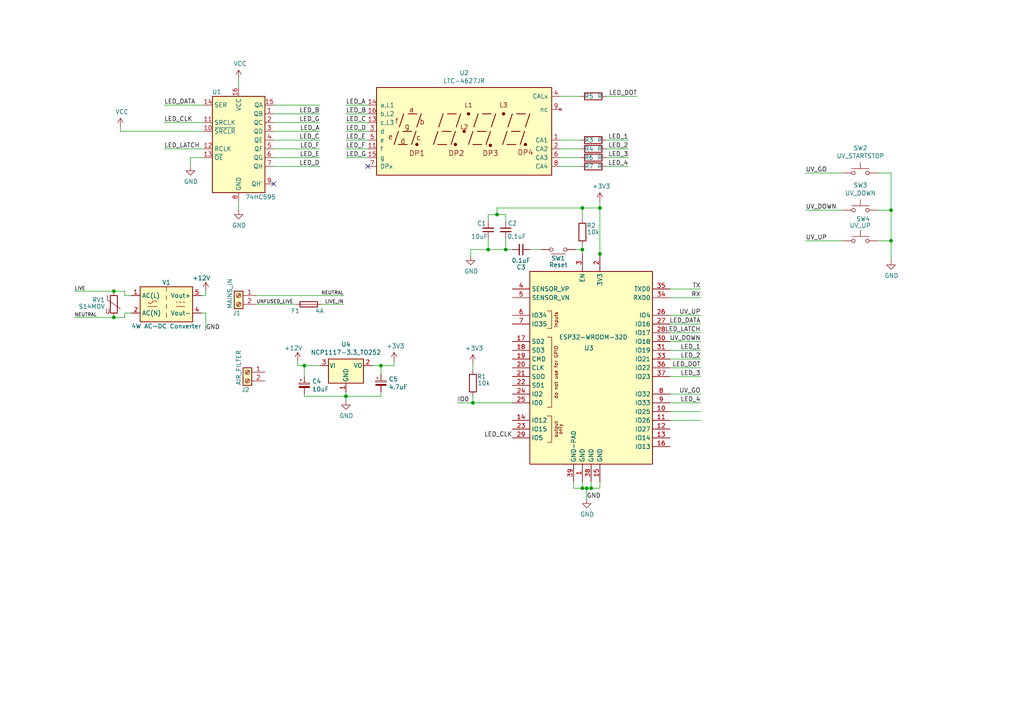
<source format=kicad_sch>
(kicad_sch (version 20230121) (generator eeschema)
  (paper "A4")
  (lib_symbols
    (symbol "74xx:74HC595"
      (property "Reference" "U" (at -7.62 13.97 0))
      (property "Value" "74HC595" (at -7.62 -16.51 0))
      (symbol "74HC595_1_0"
        (pin tri_state line (at 10.16 7.62 180) (length 2.54) (name "QB") (number "1"))
        (pin input line (at -10.16 2.54 0) (length 2.54) (name "~{SRCLR}") (number "10"))
        (pin input line (at -10.16 5.08 0) (length 2.54) (name "SRCLK") (number "11"))
        (pin input line (at -10.16 -2.54 0) (length 2.54) (name "RCLK") (number "12"))
        (pin input line (at -10.16 -5.08 0) (length 2.54) (name "~{OE}") (number "13"))
        (pin input line (at -10.16 10.16 0) (length 2.54) (name "SER") (number "14"))
        (pin tri_state line (at 10.16 10.16 180) (length 2.54) (name "QA") (number "15"))
        (pin power_in line (at 0 15.24 270) (length 2.54) (name "VCC") (number "16"))
        (pin tri_state line (at 10.16 5.08 180) (length 2.54) (name "QC") (number "2"))
        (pin tri_state line (at 10.16 2.54 180) (length 2.54) (name "QD") (number "3"))
        (pin tri_state line (at 10.16 0 180) (length 2.54) (name "QE") (number "4"))
        (pin tri_state line (at 10.16 -2.54 180) (length 2.54) (name "QF") (number "5"))
        (pin tri_state line (at 10.16 -5.08 180) (length 2.54) (name "QG") (number "6"))
        (pin tri_state line (at 10.16 -7.62 180) (length 2.54) (name "QH") (number "7"))
        (pin power_in line (at 0 -17.78 90) (length 2.54) (name "GND") (number "8"))
        (pin output line (at 10.16 -12.7 180) (length 2.54) (name "QH'") (number "9"))
      )
      (symbol "74HC595_1_1"
        (rectangle (start -7.62 12.7) (end 7.62 -15.24) (stroke (width 0.254)) (fill (type background)))
      )
    )
    (symbol "Connector:Screw_Terminal_01x02" (pin_names (offset 1.016) hide)
      (property "Reference" "J" (at 0 2.54 0))
      (property "Value" "Screw_Terminal_01x02" (at 0 -5.08 0))
      (symbol "Screw_Terminal_01x02_1_1"
        (rectangle (start -1.27 1.27) (end 1.27 -3.81) (stroke (width 0.254)) (fill (type background)))
        (circle (center 0 -2.54) (radius 0.635) (stroke (width 0.1524)))
        (polyline (pts (xy -0.5334 -2.2098) (xy 0.3302 -3.048)) (stroke (width 0.1524)))
        (polyline (pts (xy -0.5334 0.3302) (xy 0.3302 -0.508)) (stroke (width 0.1524)))
        (polyline (pts (xy -0.3556 -2.032) (xy 0.508 -2.8702)) (stroke (width 0.1524)))
        (polyline (pts (xy -0.3556 0.508) (xy 0.508 -0.3302)) (stroke (width 0.1524)))
        (circle (center 0 0) (radius 0.635) (stroke (width 0.1524)))
        (pin passive line (at -5.08 0 0) (length 3.81) (name "Pin_1") (number "1"))
        (pin passive line (at -5.08 -2.54 0) (length 3.81) (name "Pin_2") (number "2"))
      )
    )
    (symbol "Device:C_Small" (pin_numbers hide) (pin_names (offset 0.254) hide)
      (property "Reference" "C" (at 0.254 1.778 0))
      (property "Value" "C_Small" (at 0.254 -2.032 0))
      (symbol "C_Small_0_1"
        (polyline (pts (xy -1.524 -0.508) (xy 1.524 -0.508)) (stroke (width 0.3302)))
        (polyline (pts (xy -1.524 0.508) (xy 1.524 0.508)) (stroke (width 0.3048)))
      )
      (symbol "C_Small_1_1"
        (pin passive line (at 0 2.54 270) (length 2.032) (name "~") (number "1"))
        (pin passive line (at 0 -2.54 90) (length 2.032) (name "~") (number "2"))
      )
    )
    (symbol "Device:Fuse" (pin_numbers hide) (pin_names (offset 0))
      (property "Reference" "F" (at 2.032 0 90))
      (property "Value" "Fuse" (at -1.905 0 90))
      (symbol "Fuse_0_1"
        (rectangle (start -0.762 -2.54) (end 0.762 2.54) (stroke (width 0.254)))
        (polyline (pts (xy 0 2.54) (xy 0 -2.54)))
      )
      (symbol "Fuse_1_1"
        (pin passive line (at 0 3.81 270) (length 1.27) (name "~") (number "1"))
        (pin passive line (at 0 -3.81 90) (length 1.27) (name "~") (number "2"))
      )
    )
    (symbol "Device:R" (pin_numbers hide) (pin_names (offset 0))
      (property "Reference" "R" (at 2.032 0 90))
      (property "Value" "R" (at 0 0 90))
      (symbol "R_0_1"
        (rectangle (start -1.016 -2.54) (end 1.016 2.54) (stroke (width 0.254)))
      )
      (symbol "R_1_1"
        (pin passive line (at 0 3.81 270) (length 1.27) (name "~") (number "1"))
        (pin passive line (at 0 -3.81 90) (length 1.27) (name "~") (number "2"))
      )
    )
    (symbol "Device:Varistor" (pin_numbers hide) (pin_names (offset 0))
      (property "Reference" "RV" (at 3.175 0 90))
      (property "Value" "Varistor" (at -3.175 0 90))
      (symbol "Varistor_0_0"
        (text "U" (at -1.778 -2.032 0) (effects (font (size 1.27 1.27))))
      )
      (symbol "Varistor_0_1"
        (rectangle (start -1.016 -2.54) (end 1.016 2.54) (stroke (width 0.254)))
        (polyline (pts (xy -1.905 2.54) (xy -1.905 1.27) (xy 1.905 -1.27)))
      )
      (symbol "Varistor_1_1"
        (pin passive line (at 0 3.81 270) (length 1.27) (name "~") (number "1"))
        (pin passive line (at 0 -3.81 90) (length 1.27) (name "~") (number "2"))
      )
    )
    (symbol "PrinterCabinet-rescue:CP_Small-Device" (pin_numbers hide) (pin_names (offset 0.254) hide)
      (property "Reference" "C" (at 0.254 1.778 0))
      (property "Value" "Device_CP_Small" (at 0.254 -2.032 0))
      (symbol "CP_Small-Device_0_1"
        (rectangle (start -1.524 -0.3048) (end 1.524 -0.6858) (fill (type outline)))
        (rectangle (start -1.524 0.6858) (end 1.524 0.3048))
        (polyline (pts (xy -1.27 1.524) (xy -0.762 1.524)))
        (polyline (pts (xy -1.016 1.27) (xy -1.016 1.778)))
      )
      (symbol "CP_Small-Device_1_1"
        (pin passive line (at 0 2.54 270) (length 1.8542) (name "~") (number "1"))
        (pin passive line (at 0 -2.54 90) (length 1.8542) (name "~") (number "2"))
      )
    )
    (symbol "PrinterCabinet-rescue:ESP32-WROOM-32D-MCU_Espressif"
      (property "Reference" "U" (at 0 -1.27 0))
      (property "Value" "MCU_Espressif_ESP32-WROOM-32D" (at 0 10.16 0))
      (symbol "ESP32-WROOM-32D-MCU_Espressif_0_0"
        (polyline (pts (xy -11.43 -5.08) (xy -11.43 -10.16)))
        (polyline (pts (xy -12.7 8.89) (xy -11.43 8.89) (xy -11.43 -5.08)))
        (polyline (pts (xy -11.43 -10.16) (xy -11.43 -11.43) (xy -12.7 -11.43)))
        (polyline (pts (xy -12.7 -13.97) (xy -11.43 -13.97) (xy -11.43 -21.59) (xy -12.7 -21.59)))
        (polyline (pts (xy -12.7 16.51) (xy -11.43 16.51) (xy -11.43 11.43) (xy -12.7 11.43)))
        (text "do not use for GPIO" (at -10.16 -1.27 900) (effects (font (size 0.9906 0.9906))))
        (text "only" (at -8.89 -17.78 900) (effects (font (size 0.9906 0.9906))))
        (text "output" (at -10.16 -17.78 900) (effects (font (size 0.9906 0.9906))))
      )
      (symbol "ESP32-WROOM-32D-MCU_Espressif_0_1"
        (rectangle (start -17.78 27.94) (end 17.78 -27.94) (stroke (width 0.254)) (fill (type background)))
        (arc (start -11.43 -3.81) (mid -11.43 -3.81) (end -11.43 -3.81))
      )
      (symbol "ESP32-WROOM-32D-MCU_Espressif_1_0"
        (text "inputs" (at -10.16 13.97 900) (effects (font (size 0.9906 0.9906))))
      )
      (symbol "ESP32-WROOM-32D-MCU_Espressif_1_1"
        (pin power_in line (at -2.54 -33.02 90) (length 5.08) (name "GND") (number "1"))
        (pin bidirectional line (at 22.86 -12.7 180) (length 5.08) (name "IO25") (number "10"))
        (pin bidirectional line (at 22.86 -15.24 180) (length 5.08) (name "IO26") (number "11"))
        (pin bidirectional line (at 22.86 -17.78 180) (length 5.08) (name "IO27") (number "12"))
        (pin bidirectional line (at 22.86 -20.32 180) (length 5.08) (name "IO14") (number "13"))
        (pin bidirectional line (at -22.86 -15.24 0) (length 5.08) (name "IO12") (number "14"))
        (pin power_in line (at 2.54 -33.02 90) (length 5.08) (name "GND") (number "15"))
        (pin bidirectional line (at 22.86 -22.86 180) (length 5.08) (name "IO13") (number "16"))
        (pin bidirectional line (at -22.86 7.62 0) (length 5.08) (name "SD2") (number "17"))
        (pin bidirectional line (at -22.86 5.08 0) (length 5.08) (name "SD3") (number "18"))
        (pin bidirectional line (at -22.86 2.54 0) (length 5.08) (name "CMD") (number "19"))
        (pin power_in line (at 2.54 33.02 270) (length 5.08) (name "3V3") (number "2"))
        (pin input line (at -22.86 0 0) (length 5.08) (name "CLK") (number "20"))
        (pin output line (at -22.86 -2.54 0) (length 5.08) (name "SDO") (number "21"))
        (pin bidirectional line (at -22.86 -5.08 0) (length 5.08) (name "SD1") (number "22"))
        (pin bidirectional line (at -22.86 -17.78 0) (length 5.08) (name "IO15") (number "23"))
        (pin bidirectional line (at -22.86 -7.62 0) (length 5.08) (name "IO2") (number "24"))
        (pin bidirectional line (at -22.86 -10.16 0) (length 5.08) (name "IO0") (number "25"))
        (pin bidirectional line (at 22.86 15.24 180) (length 5.08) (name "IO4") (number "26"))
        (pin bidirectional line (at 22.86 12.7 180) (length 5.08) (name "IO16") (number "27"))
        (pin bidirectional line (at 22.86 10.16 180) (length 5.08) (name "IO17") (number "28"))
        (pin bidirectional line (at -22.86 -20.32 0) (length 5.08) (name "IO5") (number "29"))
        (pin input line (at -2.54 33.02 270) (length 5.08) (name "EN") (number "3"))
        (pin bidirectional line (at 22.86 7.62 180) (length 5.08) (name "IO18") (number "30"))
        (pin bidirectional line (at 22.86 5.08 180) (length 5.08) (name "IO19") (number "31"))
        (pin no_connect line (at 7.62 -27.94 90) (length 5.08) hide (name "NC") (number "32"))
        (pin bidirectional line (at 22.86 2.54 180) (length 5.08) (name "IO21") (number "33"))
        (pin bidirectional line (at 22.86 20.32 180) (length 5.08) (name "RXD0") (number "34"))
        (pin bidirectional line (at 22.86 22.86 180) (length 5.08) (name "TXD0") (number "35"))
        (pin bidirectional line (at 22.86 0 180) (length 5.08) (name "IO22") (number "36"))
        (pin bidirectional line (at 22.86 -2.54 180) (length 5.08) (name "IO23") (number "37"))
        (pin power_in line (at 0 -33.02 90) (length 5.08) (name "GND") (number "38"))
        (pin power_in line (at -5.08 -33.02 90) (length 5.08) (name "GND-PAD") (number "39"))
        (pin input line (at -22.86 22.86 0) (length 5.08) (name "SENSOR_VP") (number "4"))
        (pin input line (at -22.86 20.32 0) (length 5.08) (name "SENSOR_VN") (number "5"))
        (pin bidirectional line (at -22.86 15.24 0) (length 5.08) (name "IO34") (number "6"))
        (pin bidirectional line (at -22.86 12.7 0) (length 5.08) (name "IO35") (number "7"))
        (pin bidirectional line (at 22.86 -7.62 180) (length 5.08) (name "IO32") (number "8"))
        (pin bidirectional line (at 22.86 -10.16 180) (length 5.08) (name "IO33") (number "9"))
      )
    )
    (symbol "PrinterCabinet-rescue:LTC-4627JR-Display_Character" (pin_names (offset 1.016))
      (property "Reference" "U" (at 0 13.97 0))
      (property "Value" "Display_Character_LTC-4627JR" (at 0 -13.97 0))
      (symbol "LTC-4627JR-Display_Character_0_0"
        (rectangle (start -25.4 12.7) (end 25.4 -12.7) (stroke (width 0.254)) (fill (type background)))
        (polyline (pts (xy -20.32 -3.81) (xy -19.05 0)) (stroke (width 0.254)))
        (polyline (pts (xy -19.05 -3.81) (xy -16.51 -3.81)) (stroke (width 0.254)))
        (polyline (pts (xy -18.796 1.27) (xy -17.526 5.08)) (stroke (width 0.254)))
        (polyline (pts (xy -17.78 0) (xy -15.24 0)) (stroke (width 0.254)))
        (polyline (pts (xy -16.256 5.08) (xy -13.716 5.08)) (stroke (width 0.254)))
        (polyline (pts (xy -15.24 -3.81) (xy -13.97 0)) (stroke (width 0.254)))
        (polyline (pts (xy -13.716 1.27) (xy -12.446 5.08)) (stroke (width 0.254)))
        (polyline (pts (xy -8.89 -3.81) (xy -7.62 0)) (stroke (width 0.254)))
        (polyline (pts (xy -7.62 -3.81) (xy -5.08 -3.81)) (stroke (width 0.254)))
        (polyline (pts (xy -7.366 1.27) (xy -6.096 5.08)) (stroke (width 0.254)))
        (polyline (pts (xy -6.35 0) (xy -3.81 0)) (stroke (width 0.254)))
        (polyline (pts (xy -4.826 5.08) (xy -2.286 5.08)) (stroke (width 0.254)))
        (polyline (pts (xy -3.81 -3.81) (xy -2.54 0)) (stroke (width 0.254)))
        (polyline (pts (xy -2.286 1.27) (xy -1.016 5.08)) (stroke (width 0.254)))
        (polyline (pts (xy 1.27 -3.81) (xy 2.54 0)) (stroke (width 0.254)))
        (polyline (pts (xy 2.54 -3.81) (xy 5.08 -3.81)) (stroke (width 0.254)))
        (polyline (pts (xy 2.794 1.27) (xy 4.064 5.08)) (stroke (width 0.254)))
        (polyline (pts (xy 3.81 0) (xy 6.35 0)) (stroke (width 0.254)))
        (polyline (pts (xy 5.334 5.08) (xy 7.874 5.08)) (stroke (width 0.254)))
        (polyline (pts (xy 6.35 -3.81) (xy 7.62 0)) (stroke (width 0.254)))
        (polyline (pts (xy 7.874 1.27) (xy 9.144 5.08)) (stroke (width 0.254)))
        (polyline (pts (xy 11.176 -3.81) (xy 12.446 0)) (stroke (width 0.254)))
        (polyline (pts (xy 12.446 -3.81) (xy 14.986 -3.81)) (stroke (width 0.254)))
        (polyline (pts (xy 12.7 1.27) (xy 13.97 5.08)) (stroke (width 0.254)))
        (polyline (pts (xy 13.716 0) (xy 16.256 0)) (stroke (width 0.254)))
        (polyline (pts (xy 15.24 5.08) (xy 17.78 5.08)) (stroke (width 0.254)))
        (polyline (pts (xy 16.256 -3.81) (xy 17.526 0)) (stroke (width 0.254)))
        (polyline (pts (xy 17.78 1.27) (xy 19.05 5.08)) (stroke (width 0.254)))
        (circle (center 0 0) (radius 0.3556) (stroke (width 0.254)) (fill (type outline)))
        (circle (center 11.43 5.08) (radius 0.3556) (stroke (width 0.254)) (fill (type outline)))
        (text "a" (at -15.24 6.35 0) (effects (font (size 1.524 1.524))))
        (text "b" (at -12.192 2.794 0) (effects (font (size 1.524 1.524))))
        (text "c" (at -13.208 -1.778 0) (effects (font (size 1.524 1.524))))
        (text "d" (at -17.78 -2.794 0) (effects (font (size 1.524 1.524))))
        (text "DP1" (at -13.716 -6.35 0) (effects (font (size 1.524 1.524))))
        (text "DP2" (at -2.286 -6.35 0) (effects (font (size 1.524 1.524))))
        (text "DP3" (at 7.62 -6.35 0) (effects (font (size 1.524 1.524))))
        (text "DP4" (at 17.78 -6.096 0) (effects (font (size 1.524 1.524))))
        (text "e" (at -21.336 -1.524 0) (effects (font (size 1.524 1.524))))
        (text "f" (at -19.558 3.048 0) (effects (font (size 1.524 1.524))))
        (text "g" (at -16.51 1.524 0) (effects (font (size 1.524 1.524))))
        (text "L1" (at 1.27 7.62 0) (effects (font (size 1.27 1.27))))
        (text "L2" (at 0 1.27 0) (effects (font (size 1.27 1.27))))
        (text "L3" (at 11.43 7.62 0) (effects (font (size 1.27 1.27))))
      )
      (symbol "LTC-4627JR-Display_Character_0_1"
        (circle (center -13.716 -3.81) (radius 0.3556) (stroke (width 0.254)) (fill (type outline)))
        (circle (center -2.54 -3.81) (radius 0.3556) (stroke (width 0.254)) (fill (type outline)))
        (circle (center 1.27 5.08) (radius 0.3556) (stroke (width 0.254)) (fill (type outline)))
      )
      (symbol "LTC-4627JR-Display_Character_1_0"
        (circle (center 7.62 -4.064) (radius 0.3556) (stroke (width 0.254)) (fill (type outline)))
        (circle (center 17.78 -3.81) (radius 0.3556) (stroke (width 0.254)) (fill (type outline)))
      )
      (symbol "LTC-4627JR-Display_Character_1_1"
        (pin input line (at 27.94 -2.54 180) (length 2.54) (name "CA1") (number "1"))
        (pin input line (at -27.94 -5.08 0) (length 2.54) (name "f") (number "11"))
        (pin input line (at -27.94 2.54 0) (length 2.54) (name "c,L3") (number "13"))
        (pin input line (at -27.94 7.62 0) (length 2.54) (name "a,L1") (number "14"))
        (pin input line (at -27.94 -7.62 0) (length 2.54) (name "g") (number "15"))
        (pin input line (at -27.94 5.08 0) (length 2.54) (name "b,L2") (number "16"))
        (pin input line (at 27.94 -5.08 180) (length 2.54) (name "CA2") (number "2"))
        (pin input line (at -27.94 0 0) (length 2.54) (name "d") (number "3"))
        (pin input line (at 27.94 10.16 180) (length 2.54) (name "CALx") (number "4"))
        (pin input line (at -27.94 -2.54 0) (length 2.54) (name "e") (number "5"))
        (pin input line (at 27.94 -7.62 180) (length 2.54) (name "CA3") (number "6"))
        (pin input line (at -27.94 -10.16 0) (length 2.54) (name "DPx") (number "7"))
        (pin input line (at 27.94 -10.16 180) (length 2.54) (name "CA4") (number "8"))
        (pin no_connect line (at 27.94 6.35 180) (length 2.54) (name "nc") (number "9"))
      )
    )
    (symbol "PrinterCabinet-rescue:RAC04-xxSGA-Converter_ACDC"
      (property "Reference" "PS" (at 0 6.35 0))
      (property "Value" "Converter_ACDC_RAC04-xxSGA" (at 0 -6.35 0))
      (symbol "RAC04-xxSGA-Converter_ACDC_1_1"
        (rectangle (start -7.62 5.08) (end 7.62 -5.08) (stroke (width 0.254)) (fill (type background)))
        (arc (start -5.334 0.635) (mid -4.699 0.2495) (end -4.064 0.635))
        (arc (start -2.794 0.635) (mid -3.429 1.0072) (end -4.064 0.635))
        (polyline (pts (xy -5.334 -0.635) (xy -2.794 -0.635)))
        (polyline (pts (xy 0 -2.54) (xy 0 -3.81)))
        (polyline (pts (xy 0 0) (xy 0 -1.27)))
        (polyline (pts (xy 0 2.54) (xy 0 1.27)))
        (polyline (pts (xy 0 5.08) (xy 0 3.81)))
        (polyline (pts (xy 2.794 -0.635) (xy 5.334 -0.635)))
        (polyline (pts (xy 2.794 0.635) (xy 3.302 0.635)))
        (polyline (pts (xy 3.81 0.635) (xy 4.318 0.635)))
        (polyline (pts (xy 4.826 0.635) (xy 5.334 0.635)))
        (pin power_in line (at -10.16 2.54 0) (length 2.54) (name "AC(L)") (number "1"))
        (pin power_in line (at -10.16 -2.54 0) (length 2.54) (name "AC(N)") (number "2"))
        (pin no_connect line (at 7.62 0 180) (length 2.54) hide (name "NC") (number "3"))
        (pin power_out line (at 10.16 -2.54 180) (length 2.54) (name "Vout-") (number "4"))
        (pin power_out line (at 10.16 2.54 180) (length 2.54) (name "Vout+") (number "5"))
      )
    )
    (symbol "PrinterCabinet-rescue:SW_CK_D6R_SPST-Switch" (pin_numbers hide) (pin_names (offset 0) hide)
      (property "Reference" "SW" (at 0 2.54 0))
      (property "Value" "Switch_SW_CK_D6R_SPST" (at 0 -2.54 0))
      (symbol "SW_CK_D6R_SPST-Switch_0_0"
        (circle (center -2.032 0) (radius 0.508))
        (polyline (pts (xy -2.032 1.27) (xy 2.032 1.27)))
        (circle (center 2.032 0) (radius 0.508))
      )
      (symbol "SW_CK_D6R_SPST-Switch_1_1"
        (pin passive line (at -5.08 0 0) (length 2.54) (name "A") (number "1"))
        (pin passive line (at 5.08 0 180) (length 2.54) (name "B") (number "2"))
        (pin passive line (at -5.08 0 0) (length 2.54) hide (name "A") (number "3"))
        (pin passive line (at 5.08 0 180) (length 2.54) hide (name "B") (number "4"))
      )
    )
    (symbol "Regulator_Linear:NCP1117-3.3_TO252" (pin_names (offset 0.254))
      (property "Reference" "U" (at -3.81 3.175 0))
      (property "Value" "NCP1117-3.3_TO252" (at 0 3.175 0))
      (symbol "NCP1117-3.3_TO252_0_1"
        (rectangle (start -5.08 1.905) (end 5.08 -5.08) (stroke (width 0.254)) (fill (type background)))
      )
      (symbol "NCP1117-3.3_TO252_1_1"
        (pin power_in line (at 0 -7.62 90) (length 2.54) (name "GND") (number "1"))
        (pin power_out line (at 7.62 0 180) (length 2.54) (name "VO") (number "2"))
        (pin power_in line (at -7.62 0 0) (length 2.54) (name "VI") (number "3"))
      )
    )
    (symbol "Switch:SW_Push" (pin_numbers hide) (pin_names (offset 1.016) hide)
      (property "Reference" "SW" (at 1.27 2.54 0))
      (property "Value" "SW_Push" (at 0 -1.524 0))
      (symbol "SW_Push_0_1"
        (circle (center -2.032 0) (radius 0.508))
        (polyline (pts (xy 0 1.27) (xy 0 3.048)))
        (polyline (pts (xy 2.54 1.27) (xy -2.54 1.27)))
        (circle (center 2.032 0) (radius 0.508))
        (pin passive line (at -5.08 0 0) (length 2.54) (name "1") (number "1"))
        (pin passive line (at 5.08 0 180) (length 2.54) (name "2") (number "2"))
      )
    )
    (symbol "power:+12V" (power) (pin_names (offset 0))
      (property "Value" "+12V" (at 0 3.556 0))
      (symbol "+12V_0_1"
        (polyline (pts (xy -0.762 1.27) (xy 0 2.54)))
        (polyline (pts (xy 0 0) (xy 0 2.54)))
        (polyline (pts (xy 0 2.54) (xy 0.762 1.27)))
      )
      (symbol "+12V_1_1"
        (pin power_in line (at 0 0 90) (length 0) hide (name "+12V") (number "1"))
      )
    )
    (symbol "power:+3V3" (power) (pin_names (offset 0))
      (property "Value" "+3V3" (at 0 3.556 0))
      (symbol "+3V3_0_1"
        (polyline (pts (xy -0.762 1.27) (xy 0 2.54)))
        (polyline (pts (xy 0 0) (xy 0 2.54)))
        (polyline (pts (xy 0 2.54) (xy 0.762 1.27)))
      )
      (symbol "+3V3_1_1"
        (pin power_in line (at 0 0 90) (length 0) hide (name "+3V3") (number "1"))
      )
    )
    (symbol "power:GND" (power) (pin_names (offset 0))
      (property "Value" "GND" (at 0 -3.81 0))
      (symbol "GND_0_1"
        (polyline (pts (xy 0 0) (xy 0 -1.27) (xy 1.27 -1.27) (xy 0 -2.54) (xy -1.27 -1.27) (xy 0 -1.27)))
      )
      (symbol "GND_1_1"
        (pin power_in line (at 0 0 270) (length 0) hide (name "GND") (number "1"))
      )
    )
    (symbol "power:VCC" (power) (pin_names (offset 0))
      (property "Value" "VCC" (at 0 3.81 0))
      (symbol "VCC_0_1"
        (polyline (pts (xy -0.762 1.27) (xy 0 2.54)))
        (polyline (pts (xy 0 0) (xy 0 2.54)))
        (polyline (pts (xy 0 2.54) (xy 0.762 1.27)))
      )
      (symbol "VCC_1_1"
        (pin power_in line (at 0 0 90) (length 0) hide (name "VCC") (number "1"))
      )
    )
  )
  (junction (at 171.45 141.605))
  (junction (at 168.91 141.605))
  (junction (at 168.91 60.325))
  (junction (at 146.685 72.39))
  (junction (at 258.445 69.85))
  (junction (at 100.33 114.935))
  (junction (at 88.265 106.045))
  (junction (at 137.16 116.84))
  (junction (at 33.02 92.075))
  (junction (at 168.91 72.39))
  (junction (at 144.145 62.23))
  (junction (at 141.605 72.39))
  (junction (at 173.99 73.66))
  (junction (at 33.02 84.455))
  (junction (at 258.445 60.96))
  (junction (at 170.18 141.605))
  (junction (at 110.49 106.045))
  (junction (at 173.99 60.325))
  (no_connect (at 106.68 48.26))
  (no_connect (at 79.375 53.34))
  (wire (pts (xy 141.605 72.39) (xy 136.525 72.39)))
  (wire (pts (xy 100.33 40.64) (xy 106.68 40.64)))
  (wire (pts (xy 74.295 88.265) (xy 85.725 88.265)))
  (wire (pts (xy 258.445 60.96) (xy 258.445 69.85)))
  (wire (pts (xy 100.33 35.56) (xy 106.68 35.56)))
  (wire (pts (xy 21.59 84.455) (xy 33.02 84.455)))
  (wire (pts (xy 171.45 139.7) (xy 171.45 141.605)))
  (wire (pts (xy 175.895 45.72) (xy 182.245 45.72)))
  (wire (pts (xy 100.33 45.72) (xy 106.68 45.72)))
  (wire (pts (xy 59.69 90.805) (xy 59.69 95.885)))
  (wire (pts (xy 162.56 43.18) (xy 168.275 43.18)))
  (wire (pts (xy 144.145 62.23) (xy 146.685 62.23)))
  (wire (pts (xy 69.215 60.96) (xy 69.215 58.42)))
  (wire (pts (xy 36.195 90.805) (xy 38.1 90.805)))
  (wire (pts (xy 162.56 40.64) (xy 168.275 40.64)))
  (wire (pts (xy 194.31 96.52) (xy 203.2 96.52)))
  (wire (pts (xy 86.36 106.045) (xy 86.36 104.775)))
  (wire (pts (xy 34.925 38.1) (xy 59.055 38.1)))
  (wire (pts (xy 194.31 101.6) (xy 203.2 101.6)))
  (wire (pts (xy 173.99 74.295) (xy 173.99 73.66)))
  (wire (pts (xy 107.95 106.045) (xy 110.49 106.045)))
  (wire (pts (xy 146.685 72.39) (xy 148.59 72.39)))
  (wire (pts (xy 168.91 139.7) (xy 168.91 141.605)))
  (wire (pts (xy 168.91 60.325) (xy 144.145 60.325)))
  (wire (pts (xy 166.37 141.605) (xy 168.91 141.605)))
  (wire (pts (xy 79.375 33.02) (xy 92.71 33.02)))
  (wire (pts (xy 33.02 84.455) (xy 36.195 84.455)))
  (wire (pts (xy 59.055 43.18) (xy 47.625 43.18)))
  (wire (pts (xy 254.635 69.85) (xy 258.445 69.85)))
  (wire (pts (xy 100.33 38.1) (xy 106.68 38.1)))
  (wire (pts (xy 175.895 43.18) (xy 182.245 43.18)))
  (wire (pts (xy 136.525 72.39) (xy 136.525 74.295)))
  (wire (pts (xy 156.845 72.39) (xy 153.67 72.39)))
  (wire (pts (xy 173.99 60.325) (xy 173.99 58.42)))
  (wire (pts (xy 59.69 85.725) (xy 58.42 85.725)))
  (wire (pts (xy 59.69 84.455) (xy 59.69 85.725)))
  (wire (pts (xy 170.18 141.605) (xy 171.45 141.605)))
  (wire (pts (xy 88.265 114.3) (xy 88.265 114.935)))
  (wire (pts (xy 244.475 50.165) (xy 233.68 50.165)))
  (wire (pts (xy 168.91 71.12) (xy 168.91 72.39)))
  (wire (pts (xy 168.91 141.605) (xy 170.18 141.605)))
  (wire (pts (xy 92.71 106.045) (xy 88.265 106.045)))
  (wire (pts (xy 175.895 48.26) (xy 182.245 48.26)))
  (wire (pts (xy 162.56 27.94) (xy 168.275 27.94)))
  (wire (pts (xy 79.375 30.48) (xy 92.71 30.48)))
  (wire (pts (xy 88.265 114.935) (xy 100.33 114.935)))
  (wire (pts (xy 100.33 33.02) (xy 106.68 33.02)))
  (wire (pts (xy 175.895 27.94) (xy 184.785 27.94)))
  (wire (pts (xy 137.16 116.84) (xy 132.715 116.84)))
  (wire (pts (xy 34.925 36.83) (xy 34.925 38.1)))
  (wire (pts (xy 110.49 108.585) (xy 110.49 106.045)))
  (wire (pts (xy 173.99 141.605) (xy 173.99 139.7)))
  (wire (pts (xy 88.265 106.045) (xy 86.36 106.045)))
  (wire (pts (xy 194.31 86.36) (xy 203.2 86.36)))
  (wire (pts (xy 173.99 73.66) (xy 173.99 60.325)))
  (wire (pts (xy 141.605 72.39) (xy 146.685 72.39)))
  (wire (pts (xy 244.475 69.85) (xy 233.68 69.85)))
  (wire (pts (xy 141.605 64.135) (xy 141.605 62.23)))
  (wire (pts (xy 254.635 50.165) (xy 258.445 50.165)))
  (wire (pts (xy 93.345 88.265) (xy 99.695 88.265)))
  (wire (pts (xy 167.005 72.39) (xy 168.91 72.39)))
  (wire (pts (xy 170.18 144.78) (xy 170.18 141.605)))
  (wire (pts (xy 69.215 22.86) (xy 69.215 25.4)))
  (wire (pts (xy 59.055 30.48) (xy 47.625 30.48)))
  (wire (pts (xy 21.59 92.075) (xy 33.02 92.075)))
  (wire (pts (xy 106.68 30.48) (xy 100.33 30.48)))
  (wire (pts (xy 79.375 45.72) (xy 92.71 45.72)))
  (wire (pts (xy 194.31 104.14) (xy 203.2 104.14)))
  (wire (pts (xy 110.49 106.045) (xy 114.3 106.045)))
  (wire (pts (xy 79.375 40.64) (xy 92.71 40.64)))
  (wire (pts (xy 203.2 116.84) (xy 194.31 116.84)))
  (wire (pts (xy 162.56 48.26) (xy 168.275 48.26)))
  (wire (pts (xy 100.33 113.665) (xy 100.33 114.935)))
  (wire (pts (xy 74.295 85.725) (xy 99.695 85.725)))
  (wire (pts (xy 88.265 109.22) (xy 88.265 106.045)))
  (wire (pts (xy 194.31 121.92) (xy 203.2 121.92)))
  (wire (pts (xy 254.635 60.96) (xy 258.445 60.96)))
  (wire (pts (xy 171.45 141.605) (xy 173.99 141.605)))
  (wire (pts (xy 79.375 48.26) (xy 92.71 48.26)))
  (wire (pts (xy 162.56 45.72) (xy 168.275 45.72)))
  (wire (pts (xy 194.31 109.22) (xy 203.2 109.22)))
  (wire (pts (xy 258.445 50.165) (xy 258.445 60.96)))
  (wire (pts (xy 79.375 43.18) (xy 92.71 43.18)))
  (wire (pts (xy 258.445 69.85) (xy 258.445 75.565)))
  (wire (pts (xy 194.31 114.3) (xy 203.2 114.3)))
  (wire (pts (xy 144.145 60.325) (xy 144.145 62.23)))
  (wire (pts (xy 168.91 72.39) (xy 168.91 73.66)))
  (wire (pts (xy 148.59 116.84) (xy 137.16 116.84)))
  (wire (pts (xy 194.31 83.82) (xy 203.2 83.82)))
  (wire (pts (xy 168.91 63.5) (xy 168.91 60.325)))
  (wire (pts (xy 203.2 91.44) (xy 194.31 91.44)))
  (wire (pts (xy 146.685 62.23) (xy 146.685 64.135)))
  (wire (pts (xy 194.31 93.98) (xy 203.2 93.98)))
  (wire (pts (xy 137.16 114.935) (xy 137.16 116.84)))
  (wire (pts (xy 33.02 92.075) (xy 36.195 92.075)))
  (wire (pts (xy 36.195 85.725) (xy 38.1 85.725)))
  (wire (pts (xy 203.2 119.38) (xy 194.31 119.38)))
  (wire (pts (xy 168.91 60.325) (xy 173.99 60.325)))
  (wire (pts (xy 79.375 35.56) (xy 92.71 35.56)))
  (wire (pts (xy 194.31 106.68) (xy 203.2 106.68)))
  (wire (pts (xy 36.195 90.805) (xy 36.195 92.075)))
  (wire (pts (xy 114.3 104.775) (xy 114.3 106.045)))
  (wire (pts (xy 137.16 105.41) (xy 137.16 107.315)))
  (wire (pts (xy 244.475 60.96) (xy 233.68 60.96)))
  (wire (pts (xy 59.055 35.56) (xy 47.625 35.56)))
  (wire (pts (xy 141.605 69.215) (xy 141.605 72.39)))
  (wire (pts (xy 166.37 139.7) (xy 166.37 141.605)))
  (wire (pts (xy 79.375 38.1) (xy 92.71 38.1)))
  (wire (pts (xy 110.49 114.935) (xy 100.33 114.935)))
  (wire (pts (xy 58.42 90.805) (xy 59.69 90.805)))
  (wire (pts (xy 146.685 69.215) (xy 146.685 72.39)))
  (wire (pts (xy 55.245 45.72) (xy 55.245 48.26)))
  (wire (pts (xy 36.195 85.725) (xy 36.195 84.455)))
  (wire (pts (xy 100.33 114.935) (xy 100.33 116.205)))
  (wire (pts (xy 110.49 113.665) (xy 110.49 114.935)))
  (wire (pts (xy 141.605 62.23) (xy 144.145 62.23)))
  (wire (pts (xy 59.055 45.72) (xy 55.245 45.72)))
  (wire (pts (xy 175.895 40.64) (xy 182.245 40.64)))
  (wire (pts (xy 194.31 99.06) (xy 203.2 99.06)))
  (wire (pts (xy 100.33 43.18) (xy 106.68 43.18)))
  (label "LED_DATA" (at 47.625 30.48 0))
  (label "LED_CLK" (at 47.625 35.56 0))
  (label "LED_D" (at 100.33 38.1 0))
  (label "LED_DATA" (at 203.2 93.98 180))
  (label "LED_4" (at 203.2 116.84 180))
  (label "LED_2" (at 203.2 104.14 180))
  (label "UV_DOWN" (at 233.68 60.96 0))
  (label "LED_F" (at 92.71 43.18 180))
  (label "GND" (at 59.69 95.885 0))
  (label "LED_DOT" (at 203.2 106.68 180))
  (label "UV_UP" (at 203.2 91.44 180))
  (label "LED_E" (at 100.33 40.64 0))
  (label "NEUTRAL" (at 99.695 85.725 180) (effects (font (size 0.9906 0.9906))))
  (label "IO0" (at 132.715 116.84 0))
  (label "UV_DOWN" (at 203.2 99.06 180))
  (label "TX" (at 203.2 83.82 180))
  (label "UNFUSED_LIVE" (at 85.09 88.265 180) (effects (font (size 0.9906 0.9906))))
  (label "LED_D" (at 92.71 48.26 180))
  (label "LED_LATCH" (at 203.2 96.52 180))
  (label "NEUTRAL" (at 21.59 92.075 0) (effects (font (size 0.9906 0.9906))))
  (label "LED_2" (at 182.245 43.18 180))
  (label "LED_LATCH" (at 47.625 43.18 0))
  (label "LED_1" (at 182.245 40.64 180))
  (label "LED_3" (at 182.245 45.72 180))
  (label "LED_C" (at 92.71 40.64 180))
  (label "LED_A" (at 100.33 30.48 0))
  (label "RX" (at 203.2 86.36 180))
  (label "LIVE" (at 21.59 84.455 0) (effects (font (size 0.9906 0.9906))))
  (label "LED_4" (at 182.245 48.26 180))
  (label "LED_C" (at 100.33 35.56 0))
  (label "LED_B" (at 92.71 33.02 180))
  (label "UV_GO" (at 203.2 114.3 180))
  (label "LED_1" (at 203.2 101.6 180))
  (label "GND" (at 170.18 144.78 0))
  (label "LED_G" (at 100.33 45.72 0))
  (label "LED_F" (at 100.33 43.18 0))
  (label "LED_E" (at 92.71 45.72 180))
  (label "LED_A" (at 92.71 38.1 180))
  (label "UV_GO" (at 233.68 50.165 0))
  (label "LED_3" (at 203.2 109.22 180))
  (label "LED_G" (at 92.71 35.56 180))
  (label "LED_B" (at 100.33 33.02 0))
  (label "UV_UP" (at 233.68 69.85 0))
  (label "LED_DOT" (at 184.785 27.94 180))
  (label "LED_CLK" (at 148.59 127 180))
  (label "LIVE_IN" (at 99.695 88.265 180) (effects (font (size 0.9906 0.9906))))
  (symbol (lib_id "Switch:SW_Push") (at 249.555 69.85 0) (unit 1)
    (property "Reference" "SW4" (at 248.285 63.5 0) (effects (justify left)))
    (property "Value" "UV_UP" (at 246.38 65.405 0) (effects (justify left)))
    (property "Footprint" "TerminalBlock_Phoenix:TerminalBlock_Phoenix_PT-1,5-2-5.0-H_1x02_P5.00mm_Horizontal" (effects hide))
  )
  (symbol (lib_id "Switch:SW_Push") (at 249.555 60.96 0) (unit 1)
    (property "Reference" "SW3" (at 249.555 53.721 0))
    (property "Value" "UV_DOWN" (at 249.555 56.0324 0))
    (property "Footprint" "TerminalBlock_Phoenix:TerminalBlock_Phoenix_PT-1,5-2-5.0-H_1x02_P5.00mm_Horizontal" (effects hide))
  )
  (symbol (lib_id "Switch:SW_Push") (at 249.555 50.165 0) (unit 1)
    (property "Reference" "SW2" (at 249.555 42.926 0))
    (property "Value" "UV_STARTSTOP" (at 249.555 45.2374 0))
    (property "Footprint" "TerminalBlock_Phoenix:TerminalBlock_Phoenix_PT-1,5-2-5.0-H_1x02_P5.00mm_Horizontal" (effects hide))
  )
  (symbol (lib_id "PrinterCabinet-rescue:LTC-4627JR-Display_Character") (at 134.62 38.1 0) (unit 1)
    (property "Reference" "U2" (at 134.62 21.1582 0))
    (property "Value" "LTC-4627JR" (at 134.62 23.4696 0))
    (property "Footprint" "Package_DIP:DIP-16_W7.62mm_Socket" (effects hide))
    (property "Datasheet" "http://www.kingbright.com/attachments/file/psearch/000/00/00/CA56-12SURKWA(Ver.8A).pdf" (effects hide))
  )
  (symbol (lib_id "74xx:74HC595") (at 69.215 40.64 0) (unit 1)
    (property "Reference" "U1" (at 62.865 26.67 0))
    (property "Value" "74HC595" (at 75.565 57.15 0))
    (property "Footprint" "Package_SO:SOIC-16W_5.3x10.2mm_P1.27mm" (effects hide))
    (property "Datasheet" "http://www.ti.com/lit/ds/symlink/sn74hc595.pdf" (effects hide))
  )
  (symbol (lib_id "Device:R") (at 172.085 43.18 270) (unit 1)
    (property "Reference" "R4" (at 170.815 43.18 90))
    (property "Value" "R" (at 173.99 43.18 90))
    (property "Footprint" "Resistor_SMD:R_0603_1608Metric_Pad1.05x0.95mm_HandSolder" (effects hide))
  )
  (symbol (lib_id "Device:R") (at 172.085 27.94 270) (unit 1)
    (property "Reference" "R5" (at 170.815 27.94 90))
    (property "Value" "R" (at 173.99 27.94 90))
    (property "Footprint" "Resistor_SMD:R_0603_1608Metric_Pad1.05x0.95mm_HandSolder" (effects hide))
  )
  (symbol (lib_id "Device:R") (at 172.085 45.72 270) (unit 1)
    (property "Reference" "R6" (at 170.815 45.72 90))
    (property "Value" "R" (at 173.99 45.72 90))
    (property "Footprint" "Resistor_SMD:R_0603_1608Metric_Pad1.05x0.95mm_HandSolder" (effects hide))
  )
  (symbol (lib_id "Device:R") (at 172.085 48.26 270) (unit 1)
    (property "Reference" "R7" (at 170.815 48.26 90))
    (property "Value" "R" (at 173.99 48.26 90))
    (property "Footprint" "Resistor_SMD:R_0603_1608Metric_Pad1.05x0.95mm_HandSolder" (effects hide))
  )
  (symbol (lib_id "power:GND") (at 69.215 60.96 0) (unit 1)
    (property "Reference" "#PWR04" (effects hide))
    (property "Value" "GND" (at 69.342 65.3542 0))
  )
  (symbol (lib_id "power:VCC") (at 69.215 22.86 0) (unit 1)
    (property "Reference" "#PWR03" (effects hide))
    (property "Value" "VCC" (at 69.6468 18.4658 0))
  )
  (symbol (lib_id "power:VCC") (at 34.925 36.83 0) (unit 1)
    (property "Reference" "#PWR01" (effects hide))
    (property "Value" "VCC" (at 35.3568 32.4358 0))
  )
  (symbol (lib_id "power:GND") (at 55.245 48.26 0) (unit 1)
    (property "Reference" "#PWR02" (effects hide))
    (property "Value" "GND" (at 55.372 52.6542 0))
  )
  (symbol (lib_id "PrinterCabinet-rescue:ESP32-WROOM-32D-MCU_Espressif") (at 171.45 106.68 0) (unit 1)
    (property "Reference" "U3" (at 170.815 100.965 0))
    (property "Value" "ESP32-WROOM-32D" (at 172.085 97.79 0))
    (property "Footprint" "Module:Espressif_ESP32_WROOM_32D_SMT" (effects hide))
    (property "Datasheet" "https://www.espressif.com/sites/default/files/documentation/esp32-wroom-32d_esp32-wroom-32u_datasheet_en.pdf" (effects hide))
  )
  (symbol (lib_id "power:GND") (at 170.18 144.78 0) (unit 1)
    (property "Reference" "#PWR07" (effects hide))
    (property "Value" "GND" (at 170.307 149.1742 0))
  )
  (symbol (lib_id "Device:R") (at 172.085 40.64 270) (unit 1)
    (property "Reference" "R3" (at 170.815 40.64 90))
    (property "Value" "R" (at 173.99 40.64 90))
    (property "Footprint" "Resistor_SMD:R_0603_1608Metric_Pad1.05x0.95mm_HandSolder" (effects hide))
  )
  (symbol (lib_id "power:GND") (at 258.445 75.565 0) (unit 1)
    (property "Reference" "#PWR09" (effects hide))
    (property "Value" "GND" (at 258.572 79.9592 0))
  )
  (symbol (lib_id "power:+3V3") (at 173.99 58.42 0) (unit 1)
    (property "Reference" "#PWR08" (effects hide))
    (property "Value" "+3V3" (at 174.371 54.0258 0))
  )
  (symbol (lib_id "Device:R") (at 168.91 67.31 180) (unit 1)
    (property "Reference" "R2" (at 171.45 65.405 0))
    (property "Value" "10k" (at 172.085 67.31 0))
    (property "Footprint" "Resistor_SMD:R_0603_1608Metric_Pad1.05x0.95mm_HandSolder" (effects hide))
  )
  (symbol (lib_id "PrinterCabinet-rescue:SW_CK_D6R_SPST-Switch") (at 161.925 72.39 180) (unit 1)
    (property "Reference" "SW1" (at 161.925 74.93 0))
    (property "Value" "Reset" (at 161.925 76.835 0))
    (property "Footprint" "Button_Switch_SMD:SW_SPST_B3S-1000" (effects hide))
    (property "Datasheet" "https://www.ckswitches.com/media/1341/d6.pdf" (effects hide))
  )
  (symbol (lib_id "Device:C_Small") (at 151.13 72.39 270) (unit 1)
    (property "Reference" "C3" (at 151.13 77.47 90))
    (property "Value" "0.1uF" (at 151.13 75.565 90))
    (property "Footprint" "Capacitor_SMD:C_0603_1608Metric_Pad1.05x0.95mm_HandSolder" (effects hide))
  )
  (symbol (lib_id "Device:C_Small") (at 146.685 66.675 0) (unit 1)
    (property "Reference" "C2" (at 148.59 64.77 0))
    (property "Value" "0.1uF" (at 149.86 68.58 0))
    (property "Footprint" "Capacitor_SMD:C_0603_1608Metric_Pad1.05x0.95mm_HandSolder" (effects hide))
  )
  (symbol (lib_id "Device:C_Small") (at 141.605 66.675 180) (unit 1)
    (property "Reference" "C1" (at 139.7 64.77 0))
    (property "Value" "10uF" (at 139.065 68.58 0))
    (property "Footprint" "Capacitor_SMD:C_0603_1608Metric_Pad1.05x0.95mm_HandSolder" (effects hide))
  )
  (symbol (lib_id "power:GND") (at 136.525 74.295 0) (unit 1)
    (property "Reference" "#PWR05" (effects hide))
    (property "Value" "GND" (at 136.652 78.6892 0))
  )
  (symbol (lib_id "Device:R") (at 137.16 111.125 180) (unit 1)
    (property "Reference" "R1" (at 139.7 109.22 0))
    (property "Value" "10k" (at 140.335 111.125 0))
    (property "Footprint" "Resistor_SMD:R_0603_1608Metric_Pad1.05x0.95mm_HandSolder" (effects hide))
  )
  (symbol (lib_id "power:+3V3") (at 137.16 105.41 0) (unit 1)
    (property "Reference" "#PWR06" (effects hide))
    (property "Value" "+3V3" (at 137.541 101.0158 0))
  )
  (symbol (lib_id "Connector:Screw_Terminal_01x02") (at 69.215 85.725 0) (mirror y) (unit 1)
    (property "Reference" "J1" (at 69.85 90.805 0) (effects (justify left)))
    (property "Value" "MAINS_IN" (at 66.675 89.535 90) (effects (justify left)))
    (property "Footprint" "TerminalBlock_Phoenix:TerminalBlock_Phoenix_PT-1,5-2-5.0-H_1x02_P5.00mm_Horizontal" (effects hide))
    (property "Vendor" "Mouser" (effects hide))
    (property "Mouser" "1935161" (effects hide))
  )
  (symbol (lib_id "Device:Fuse") (at 89.535 88.265 270) (unit 1)
    (property "Reference" "F1" (at 85.725 90.17 90))
    (property "Value" "4A" (at 92.71 90.17 90))
    (property "Footprint" "Fuse:Fuseholder_Glass_5mmx20mm" (effects hide))
    (property "Vendor" "Mouser" (effects hide))
    (property "Mouser" "534-3512" (effects hide))
  )
  (symbol (lib_id "PrinterCabinet-rescue:RAC04-xxSGA-Converter_ACDC") (at 48.26 88.265 0) (unit 1)
    (property "Reference" "V1" (at 48.26 81.915 0))
    (property "Value" "4W AC-DC Converter" (at 48.26 94.615 0))
    (property "Footprint" "Converter_ACDC:Converter_ACDC_RECOM_RAC04-xxSGx_THT" (effects hide))
    (property "Mouser" "RAC04-12SGB" (effects hide))
  )
  (symbol (lib_id "power:+12V") (at 59.69 84.455 0) (unit 1)
    (property "Reference" "#PWR010" (effects hide))
    (property "Value" "+12V" (at 58.42 80.645 0))
  )
  (symbol (lib_id "Device:Varistor") (at 33.02 88.265 0) (unit 1)
    (property "Reference" "RV1" (at 30.48 86.995 0) (effects (justify right)))
    (property "Value" "S14MOV" (at 30.48 88.9 0) (effects (justify right)))
    (property "Footprint" "Varistor:RV_Disc_D15.5mm_W6.1mm_P7.5mm" (effects hide))
    (property "Vendor" "Mouser" (effects hide))
    (property "Mouser" "B72214P2251K101" (effects hide))
  )
  (symbol (lib_id "Connector:Screw_Terminal_01x02") (at 71.755 107.95 0) (mirror y) (unit 1)
    (property "Reference" "J2" (at 72.39 113.03 0) (effects (justify left)))
    (property "Value" "AIR_FILTER" (at 69.215 111.76 90) (effects (justify left)))
    (property "Footprint" "TerminalBlock_Phoenix:TerminalBlock_Phoenix_PT-1,5-2-5.0-H_1x02_P5.00mm_Horizontal" (effects hide))
    (property "Vendor" "Mouser" (effects hide))
    (property "Mouser" "1935161" (effects hide))
  )
  (symbol (lib_id "Regulator_Linear:NCP1117-3.3_TO252") (at 100.33 106.045 0) (unit 1)
    (property "Reference" "U4" (at 100.33 99.8982 0))
    (property "Value" "NCP1117-3.3_TO252" (at 100.33 102.2096 0))
    (property "Footprint" "Package_TO_SOT_SMD:TO-252-2" (effects hide))
    (property "Datasheet" "http://www.onsemi.com/pub_link/Collateral/NCP1117-D.PDF" (effects hide))
  )
  (symbol (lib_id "power:GND") (at 100.33 116.205 0) (unit 1)
    (property "Reference" "#PWR012" (effects hide))
    (property "Value" "GND" (at 100.457 120.5992 0))
  )
  (symbol (lib_id "power:+3V3") (at 114.3 104.775 0) (unit 1)
    (property "Reference" "#PWR013" (effects hide))
    (property "Value" "+3V3" (at 114.681 100.3808 0))
  )
  (symbol (lib_id "power:+12V") (at 86.36 104.775 0) (unit 1)
    (property "Reference" "#PWR011" (effects hide))
    (property "Value" "+12V" (at 85.09 100.965 0))
  )
  (symbol (lib_id "PrinterCabinet-rescue:CP_Small-Device") (at 88.265 111.76 0) (unit 1)
    (property "Reference" "C4" (at 90.5002 110.5916 0) (effects (justify left)))
    (property "Value" "10uF" (at 90.5002 112.903 0) (effects (justify left)))
    (property "Footprint" "Capacitor_SMD:CP_Elec_6.3x5.4_Nichicon" (effects hide))
  )
  (symbol (lib_id "PrinterCabinet-rescue:CP_Small-Device") (at 110.49 111.125 0) (unit 1)
    (property "Reference" "C5" (at 112.7252 109.9566 0) (effects (justify left)))
    (property "Value" "4.7uF" (at 112.7252 112.268 0) (effects (justify left)))
    (property "Footprint" "Capacitor_SMD:CP_Elec_5x5.4" (effects hide))
  )
)
</source>
